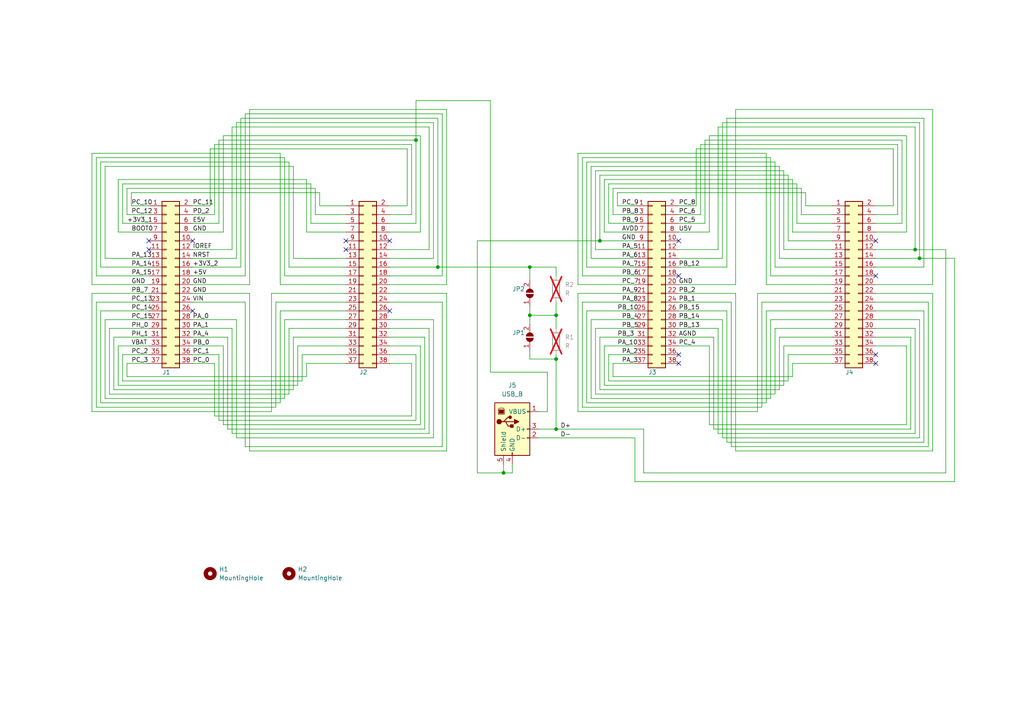
<source format=kicad_sch>
(kicad_sch (version 20231120) (generator "eeschema") (generator_version "8.0")
  (paper "A4")
  (lib_symbols
    (symbol "Connector:USB_B" (pin_names (offset 1.016))
      (property "Reference" "J" (at -5.08 11.43 0))
      (property "Value" "USB_B" (at -5.08 8.89 0))
      (symbol "USB_B_0_1"
        (rectangle (start -5.08 -7.62) (end 5.08 7.62) (stroke (width 0.254)) (fill (type background)))
        (circle (center -3.81 2.159) (radius 0.635) (stroke (width 0.254)) (fill (type outline)))
        (rectangle (start -3.81 5.588) (end -2.54 4.572) (fill (type outline)))
        (circle (center -0.635 3.429) (radius 0.381) (stroke (width 0.254)) (fill (type outline)))
        (rectangle (start -0.127 -7.62) (end 0.127 -6.858))
        (polyline (pts (xy -1.905 2.159) (xy 0.635 2.159)) (stroke (width 0.254)))
        (polyline (pts (xy -3.175 2.159) (xy -2.54 2.159) (xy -1.27 3.429) (xy -0.635 3.429)) (stroke (width 0.254)))
        (polyline (pts (xy -2.54 2.159) (xy -1.905 2.159) (xy -1.27 0.889) (xy 0 0.889)) (stroke (width 0.254)))
        (polyline (pts (xy 0.635 2.794) (xy 0.635 1.524) (xy 1.905 2.159) (xy 0.635 2.794)) (stroke (width 0.254)) (fill (type outline)))
        (polyline (pts (xy -4.064 4.318) (xy -2.286 4.318) (xy -2.286 5.715) (xy -2.667 6.096) (xy -3.683 6.096) (xy -4.064 5.715) (xy -4.064 4.318)))
        (rectangle (start 0.254 1.27) (end -0.508 0.508) (stroke (width 0.254)) (fill (type outline)))
        (rectangle (start 5.08 -2.667) (end 4.318 -2.413))
        (rectangle (start 5.08 -0.127) (end 4.318 0.127))
        (rectangle (start 5.08 4.953) (end 4.318 5.207))
      )
      (symbol "USB_B_1_1"
        (pin power_out line (at 7.62 5.08 180) (length 2.54) (name "VBUS") (number "1"))
        (pin bidirectional line (at 7.62 -2.54 180) (length 2.54) (name "D-") (number "2"))
        (pin bidirectional line (at 7.62 0 180) (length 2.54) (name "D+") (number "3"))
        (pin power_out line (at 0 -10.16 90) (length 2.54) (name "GND") (number "4"))
        (pin passive line (at -2.54 -10.16 90) (length 2.54) (name "Shield") (number "5"))
      )
    )
    (symbol "Connector_Generic:Conn_02x19_Odd_Even" (pin_names (offset 1.016) hide)
      (property "Reference" "J" (at 1.27 25.4 0))
      (property "Value" "Conn_02x19_Odd_Even" (at 1.27 -25.4 0))
      (symbol "Conn_02x19_Odd_Even_1_1"
        (rectangle (start -1.27 -22.733) (end 0 -22.987) (stroke (width 0.1524)))
        (rectangle (start -1.27 -20.193) (end 0 -20.447) (stroke (width 0.1524)))
        (rectangle (start -1.27 -17.653) (end 0 -17.907) (stroke (width 0.1524)))
        (rectangle (start -1.27 -15.113) (end 0 -15.367) (stroke (width 0.1524)))
        (rectangle (start -1.27 -12.573) (end 0 -12.827) (stroke (width 0.1524)))
        (rectangle (start -1.27 -10.033) (end 0 -10.287) (stroke (width 0.1524)))
        (rectangle (start -1.27 -7.493) (end 0 -7.747) (stroke (width 0.1524)))
        (rectangle (start -1.27 -4.953) (end 0 -5.207) (stroke (width 0.1524)))
        (rectangle (start -1.27 -2.413) (end 0 -2.667) (stroke (width 0.1524)))
        (rectangle (start -1.27 0.127) (end 0 -0.127) (stroke (width 0.1524)))
        (rectangle (start -1.27 2.667) (end 0 2.413) (stroke (width 0.1524)))
        (rectangle (start -1.27 5.207) (end 0 4.953) (stroke (width 0.1524)))
        (rectangle (start -1.27 7.747) (end 0 7.493) (stroke (width 0.1524)))
        (rectangle (start -1.27 10.287) (end 0 10.033) (stroke (width 0.1524)))
        (rectangle (start -1.27 12.827) (end 0 12.573) (stroke (width 0.1524)))
        (rectangle (start -1.27 15.367) (end 0 15.113) (stroke (width 0.1524)))
        (rectangle (start -1.27 17.907) (end 0 17.653) (stroke (width 0.1524)))
        (rectangle (start -1.27 20.447) (end 0 20.193) (stroke (width 0.1524)))
        (rectangle (start -1.27 22.987) (end 0 22.733) (stroke (width 0.1524)))
        (rectangle (start -1.27 24.13) (end 3.81 -24.13) (stroke (width 0.254)) (fill (type background)))
        (rectangle (start 3.81 -22.733) (end 2.54 -22.987) (stroke (width 0.1524)))
        (rectangle (start 3.81 -20.193) (end 2.54 -20.447) (stroke (width 0.1524)))
        (rectangle (start 3.81 -17.653) (end 2.54 -17.907) (stroke (width 0.1524)))
        (rectangle (start 3.81 -15.113) (end 2.54 -15.367) (stroke (width 0.1524)))
        (rectangle (start 3.81 -12.573) (end 2.54 -12.827) (stroke (width 0.1524)))
        (rectangle (start 3.81 -10.033) (end 2.54 -10.287) (stroke (width 0.1524)))
        (rectangle (start 3.81 -7.493) (end 2.54 -7.747) (stroke (width 0.1524)))
        (rectangle (start 3.81 -4.953) (end 2.54 -5.207) (stroke (width 0.1524)))
        (rectangle (start 3.81 -2.413) (end 2.54 -2.667) (stroke (width 0.1524)))
        (rectangle (start 3.81 0.127) (end 2.54 -0.127) (stroke (width 0.1524)))
        (rectangle (start 3.81 2.667) (end 2.54 2.413) (stroke (width 0.1524)))
        (rectangle (start 3.81 5.207) (end 2.54 4.953) (stroke (width 0.1524)))
        (rectangle (start 3.81 7.747) (end 2.54 7.493) (stroke (width 0.1524)))
        (rectangle (start 3.81 10.287) (end 2.54 10.033) (stroke (width 0.1524)))
        (rectangle (start 3.81 12.827) (end 2.54 12.573) (stroke (width 0.1524)))
        (rectangle (start 3.81 15.367) (end 2.54 15.113) (stroke (width 0.1524)))
        (rectangle (start 3.81 17.907) (end 2.54 17.653) (stroke (width 0.1524)))
        (rectangle (start 3.81 20.447) (end 2.54 20.193) (stroke (width 0.1524)))
        (rectangle (start 3.81 22.987) (end 2.54 22.733) (stroke (width 0.1524)))
        (pin passive line (at -5.08 22.86 0) (length 3.81) (name "Pin_1") (number "1"))
        (pin passive line (at 7.62 12.7 180) (length 3.81) (name "Pin_10") (number "10"))
        (pin passive line (at -5.08 10.16 0) (length 3.81) (name "Pin_11") (number "11"))
        (pin passive line (at 7.62 10.16 180) (length 3.81) (name "Pin_12") (number "12"))
        (pin passive line (at -5.08 7.62 0) (length 3.81) (name "Pin_13") (number "13"))
        (pin passive line (at 7.62 7.62 180) (length 3.81) (name "Pin_14") (number "14"))
        (pin passive line (at -5.08 5.08 0) (length 3.81) (name "Pin_15") (number "15"))
        (pin passive line (at 7.62 5.08 180) (length 3.81) (name "Pin_16") (number "16"))
        (pin passive line (at -5.08 2.54 0) (length 3.81) (name "Pin_17") (number "17"))
        (pin passive line (at 7.62 2.54 180) (length 3.81) (name "Pin_18") (number "18"))
        (pin passive line (at -5.08 0 0) (length 3.81) (name "Pin_19") (number "19"))
        (pin passive line (at 7.62 22.86 180) (length 3.81) (name "Pin_2") (number "2"))
        (pin passive line (at 7.62 0 180) (length 3.81) (name "Pin_20") (number "20"))
        (pin passive line (at -5.08 -2.54 0) (length 3.81) (name "Pin_21") (number "21"))
        (pin passive line (at 7.62 -2.54 180) (length 3.81) (name "Pin_22") (number "22"))
        (pin passive line (at -5.08 -5.08 0) (length 3.81) (name "Pin_23") (number "23"))
        (pin passive line (at 7.62 -5.08 180) (length 3.81) (name "Pin_24") (number "24"))
        (pin passive line (at -5.08 -7.62 0) (length 3.81) (name "Pin_25") (number "25"))
        (pin passive line (at 7.62 -7.62 180) (length 3.81) (name "Pin_26") (number "26"))
        (pin passive line (at -5.08 -10.16 0) (length 3.81) (name "Pin_27") (number "27"))
        (pin passive line (at 7.62 -10.16 180) (length 3.81) (name "Pin_28") (number "28"))
        (pin passive line (at -5.08 -12.7 0) (length 3.81) (name "Pin_29") (number "29"))
        (pin passive line (at -5.08 20.32 0) (length 3.81) (name "Pin_3") (number "3"))
        (pin passive line (at 7.62 -12.7 180) (length 3.81) (name "Pin_30") (number "30"))
        (pin passive line (at -5.08 -15.24 0) (length 3.81) (name "Pin_31") (number "31"))
        (pin passive line (at 7.62 -15.24 180) (length 3.81) (name "Pin_32") (number "32"))
        (pin passive line (at -5.08 -17.78 0) (length 3.81) (name "Pin_33") (number "33"))
        (pin passive line (at 7.62 -17.78 180) (length 3.81) (name "Pin_34") (number "34"))
        (pin passive line (at -5.08 -20.32 0) (length 3.81) (name "Pin_35") (number "35"))
        (pin passive line (at 7.62 -20.32 180) (length 3.81) (name "Pin_36") (number "36"))
        (pin passive line (at -5.08 -22.86 0) (length 3.81) (name "Pin_37") (number "37"))
        (pin passive line (at 7.62 -22.86 180) (length 3.81) (name "Pin_38") (number "38"))
        (pin passive line (at 7.62 20.32 180) (length 3.81) (name "Pin_4") (number "4"))
        (pin passive line (at -5.08 17.78 0) (length 3.81) (name "Pin_5") (number "5"))
        (pin passive line (at 7.62 17.78 180) (length 3.81) (name "Pin_6") (number "6"))
        (pin passive line (at -5.08 15.24 0) (length 3.81) (name "Pin_7") (number "7"))
        (pin passive line (at 7.62 15.24 180) (length 3.81) (name "Pin_8") (number "8"))
        (pin passive line (at -5.08 12.7 0) (length 3.81) (name "Pin_9") (number "9"))
      )
    )
    (symbol "Device:R" (pin_numbers hide) (pin_names (offset 0))
      (property "Reference" "R" (at 2.032 0 90))
      (property "Value" "R" (at 0 0 90))
      (symbol "R_0_1"
        (rectangle (start -1.016 -2.54) (end 1.016 2.54) (stroke (width 0.254)))
      )
      (symbol "R_1_1"
        (pin passive line (at 0 3.81 270) (length 1.27) (name "~") (number "1"))
        (pin passive line (at 0 -3.81 90) (length 1.27) (name "~") (number "2"))
      )
    )
    (symbol "Jumper:SolderJumper_2_Open" (pin_names (offset 0) hide)
      (property "Reference" "JP" (at 0 2.032 0))
      (property "Value" "SolderJumper_2_Open" (at 0 -2.54 0))
      (symbol "SolderJumper_2_Open_0_1"
        (arc (start -0.254 1.016) (mid -1.2656 0) (end -0.254 -1.016))
        (arc (start -0.254 1.016) (mid -1.2656 0) (end -0.254 -1.016) (fill (type outline)))
        (polyline (pts (xy -0.254 1.016) (xy -0.254 -1.016)))
        (polyline (pts (xy 0.254 1.016) (xy 0.254 -1.016)))
        (arc (start 0.254 -1.016) (mid 1.2656 0) (end 0.254 1.016))
        (arc (start 0.254 -1.016) (mid 1.2656 0) (end 0.254 1.016) (fill (type outline)))
      )
      (symbol "SolderJumper_2_Open_1_1"
        (pin passive line (at -3.81 0 0) (length 2.54) (name "A") (number "1"))
        (pin passive line (at 3.81 0 180) (length 2.54) (name "B") (number "2"))
      )
    )
    (symbol "Mechanical:MountingHole" (pin_names (offset 1.016))
      (property "Reference" "H" (at 0 5.08 0))
      (property "Value" "MountingHole" (at 0 3.175 0))
      (symbol "MountingHole_0_1"
        (circle (center 0 0) (radius 1.27) (stroke (width 1.27)))
      )
    )
  )
  (junction (at 161.29 104.14))
  (junction (at 153.67 77.47))
  (junction (at 265.43 72.39))
  (junction (at 146.05 137.16))
  (junction (at 161.29 124.46))
  (junction (at 120.65 40.64))
  (junction (at 266.7 74.93))
  (junction (at 161.29 91.44))
  (junction (at 153.67 91.44))
  (junction (at 127 77.47))
  (junction (at 173.99 69.85))
  (no_connect (at 254 69.85))
  (no_connect (at 196.85 105.41))
  (no_connect (at 254 102.87))
  (no_connect (at 43.18 69.85))
  (no_connect (at 113.03 90.17))
  (no_connect (at 100.33 72.39))
  (no_connect (at 196.85 102.87))
  (no_connect (at 55.88 69.85))
  (no_connect (at 196.85 80.01))
  (no_connect (at 43.18 72.39))
  (no_connect (at 100.33 69.85))
  (no_connect (at 55.88 90.17))
  (no_connect (at 254 80.01))
  (no_connect (at 196.85 69.85))
  (no_connect (at 254 105.41))
  (no_connect (at 113.03 69.85))
  (wire (pts (xy 67.31 36.83) (xy 124.46 36.83)))
  (wire (pts (xy 196.85 95.25) (xy 208.28 95.25)))
  (wire (pts (xy 63.5 40.64) (xy 120.65 40.64)))
  (wire (pts (xy 153.67 77.47) (xy 161.29 77.47)))
  (wire (pts (xy 172.72 95.25) (xy 172.72 114.3)))
  (wire (pts (xy 55.88 95.25) (xy 67.31 95.25)))
  (wire (pts (xy 55.88 92.71) (xy 68.58 92.71)))
  (wire (pts (xy 175.26 111.76) (xy 227.33 111.76)))
  (wire (pts (xy 55.88 64.77) (xy 63.5 64.77)))
  (wire (pts (xy 113.03 85.09) (xy 129.54 85.09)))
  (wire (pts (xy 148.59 137.16) (xy 148.59 134.62)))
  (wire (pts (xy 38.1 55.88) (xy 92.71 55.88)))
  (wire (pts (xy 265.43 125.73) (xy 265.43 95.25)))
  (wire (pts (xy 55.88 85.09) (xy 72.39 85.09)))
  (wire (pts (xy 124.46 125.73) (xy 124.46 95.25)))
  (wire (pts (xy 29.21 116.84) (xy 81.28 116.84)))
  (wire (pts (xy 63.5 102.87) (xy 63.5 121.92)))
  (wire (pts (xy 88.9 109.22) (xy 88.9 105.41)))
  (wire (pts (xy 227.33 72.39) (xy 241.3 72.39)))
  (wire (pts (xy 55.88 72.39) (xy 67.31 72.39)))
  (wire (pts (xy 274.32 72.39) (xy 274.32 137.16)))
  (wire (pts (xy 254 74.93) (xy 266.7 74.93)))
  (wire (pts (xy 172.72 72.39) (xy 172.72 49.53)))
  (wire (pts (xy 38.1 59.69) (xy 43.18 59.69)))
  (wire (pts (xy 266.7 127) (xy 266.7 92.71)))
  (wire (pts (xy 276.86 74.93) (xy 276.86 139.7)))
  (wire (pts (xy 196.85 85.09) (xy 213.36 85.09)))
  (wire (pts (xy 33.02 97.79) (xy 43.18 97.79)))
  (wire (pts (xy 254 77.47) (xy 267.97 77.47)))
  (wire (pts (xy 254 62.23) (xy 260.35 62.23)))
  (wire (pts (xy 228.6 110.49) (xy 228.6 102.87)))
  (wire (pts (xy 64.77 123.19) (xy 121.92 123.19)))
  (wire (pts (xy 212.09 87.63) (xy 212.09 129.54)))
  (wire (pts (xy 113.03 67.31) (xy 121.92 67.31)))
  (wire (pts (xy 179.07 55.88) (xy 233.68 55.88)))
  (wire (pts (xy 177.8 105.41) (xy 177.8 109.22)))
  (wire (pts (xy 173.99 69.85) (xy 138.43 69.85)))
  (wire (pts (xy 128.27 33.02) (xy 128.27 80.01)))
  (wire (pts (xy 81.28 82.55) (xy 100.33 82.55)))
  (wire (pts (xy 35.56 102.87) (xy 35.56 110.49)))
  (wire (pts (xy 30.48 92.71) (xy 30.48 115.57)))
  (wire (pts (xy 171.45 92.71) (xy 184.15 92.71)))
  (wire (pts (xy 254 95.25) (xy 265.43 95.25)))
  (wire (pts (xy 123.19 124.46) (xy 123.19 97.79)))
  (wire (pts (xy 219.71 119.38) (xy 219.71 85.09)))
  (wire (pts (xy 82.55 45.72) (xy 82.55 80.01)))
  (wire (pts (xy 196.85 59.69) (xy 201.93 59.69)))
  (wire (pts (xy 31.75 114.3) (xy 83.82 114.3)))
  (wire (pts (xy 83.82 77.47) (xy 100.33 77.47)))
  (wire (pts (xy 127 77.47) (xy 153.67 77.47)))
  (wire (pts (xy 82.55 115.57) (xy 82.55 92.71)))
  (wire (pts (xy 186.69 124.46) (xy 161.29 124.46)))
  (wire (pts (xy 62.23 62.23) (xy 62.23 41.91)))
  (wire (pts (xy 34.29 111.76) (xy 86.36 111.76)))
  (wire (pts (xy 167.64 85.09) (xy 184.15 85.09)))
  (wire (pts (xy 120.65 29.21) (xy 142.24 29.21)))
  (wire (pts (xy 120.65 121.92) (xy 120.65 102.87)))
  (wire (pts (xy 138.43 69.85) (xy 138.43 137.16)))
  (wire (pts (xy 173.99 97.79) (xy 184.15 97.79)))
  (wire (pts (xy 231.14 64.77) (xy 241.3 64.77)))
  (wire (pts (xy 168.91 80.01) (xy 168.91 45.72)))
  (wire (pts (xy 227.33 100.33) (xy 241.3 100.33)))
  (wire (pts (xy 228.6 50.8) (xy 228.6 69.85)))
  (wire (pts (xy 120.65 29.21) (xy 120.65 40.64)))
  (wire (pts (xy 184.15 77.47) (xy 170.18 77.47)))
  (wire (pts (xy 62.23 41.91) (xy 119.38 41.91)))
  (wire (pts (xy 168.91 87.63) (xy 184.15 87.63)))
  (wire (pts (xy 68.58 92.71) (xy 68.58 127)))
  (wire (pts (xy 223.52 45.72) (xy 223.52 80.01)))
  (wire (pts (xy 153.67 104.14) (xy 161.29 104.14)))
  (wire (pts (xy 72.39 82.55) (xy 72.39 31.75)))
  (wire (pts (xy 254 64.77) (xy 261.62 64.77)))
  (wire (pts (xy 113.03 62.23) (xy 119.38 62.23)))
  (wire (pts (xy 161.29 104.14) (xy 161.29 124.46)))
  (wire (pts (xy 36.83 62.23) (xy 43.18 62.23)))
  (wire (pts (xy 113.03 82.55) (xy 129.54 82.55)))
  (wire (pts (xy 196.85 64.77) (xy 204.47 64.77)))
  (wire (pts (xy 172.72 114.3) (xy 224.79 114.3)))
  (wire (pts (xy 83.82 95.25) (xy 100.33 95.25)))
  (wire (pts (xy 35.56 110.49) (xy 87.63 110.49)))
  (wire (pts (xy 43.18 82.55) (xy 26.67 82.55)))
  (wire (pts (xy 177.8 109.22) (xy 229.87 109.22)))
  (wire (pts (xy 67.31 95.25) (xy 67.31 125.73)))
  (wire (pts (xy 26.67 85.09) (xy 43.18 85.09)))
  (wire (pts (xy 224.79 77.47) (xy 241.3 77.47)))
  (wire (pts (xy 222.25 116.84) (xy 222.25 90.17)))
  (wire (pts (xy 264.16 124.46) (xy 264.16 97.79)))
  (wire (pts (xy 168.91 45.72) (xy 223.52 45.72)))
  (wire (pts (xy 30.48 48.26) (xy 85.09 48.26)))
  (wire (pts (xy 68.58 35.56) (xy 125.73 35.56)))
  (wire (pts (xy 43.18 74.93) (xy 30.48 74.93)))
  (wire (pts (xy 35.56 53.34) (xy 90.17 53.34)))
  (wire (pts (xy 209.55 35.56) (xy 266.7 35.56)))
  (wire (pts (xy 62.23 105.41) (xy 62.23 120.65)))
  (wire (pts (xy 226.06 113.03) (xy 226.06 97.79)))
  (wire (pts (xy 127 34.29) (xy 127 77.47)))
  (wire (pts (xy 26.67 85.09) (xy 26.67 119.38)))
  (wire (pts (xy 233.68 59.69) (xy 241.3 59.69)))
  (wire (pts (xy 171.45 48.26) (xy 226.06 48.26)))
  (wire (pts (xy 43.18 80.01) (xy 27.94 80.01)))
  (wire (pts (xy 229.87 109.22) (xy 229.87 105.41)))
  (wire (pts (xy 262.89 39.37) (xy 262.89 67.31)))
  (wire (pts (xy 27.94 118.11) (xy 80.01 118.11)))
  (wire (pts (xy 172.72 95.25) (xy 184.15 95.25)))
  (wire (pts (xy 177.8 105.41) (xy 184.15 105.41)))
  (wire (pts (xy 120.65 40.64) (xy 120.65 64.77)))
  (wire (pts (xy 173.99 69.85) (xy 173.99 50.8)))
  (wire (pts (xy 184.15 80.01) (xy 168.91 80.01)))
  (wire (pts (xy 83.82 114.3) (xy 83.82 95.25)))
  (wire (pts (xy 184.15 67.31) (xy 175.26 67.31)))
  (wire (pts (xy 196.85 77.47) (xy 210.82 77.47)))
  (wire (pts (xy 72.39 31.75) (xy 129.54 31.75)))
  (wire (pts (xy 71.12 80.01) (xy 71.12 33.02)))
  (wire (pts (xy 128.27 129.54) (xy 128.27 87.63)))
  (wire (pts (xy 86.36 100.33) (xy 100.33 100.33)))
  (wire (pts (xy 170.18 90.17) (xy 170.18 116.84)))
  (wire (pts (xy 254 90.17) (xy 267.97 90.17)))
  (wire (pts (xy 179.07 59.69) (xy 184.15 59.69)))
  (wire (pts (xy 176.53 102.87) (xy 184.15 102.87)))
  (wire (pts (xy 43.18 64.77) (xy 35.56 64.77)))
  (wire (pts (xy 274.32 137.16) (xy 186.69 137.16)))
  (wire (pts (xy 196.85 87.63) (xy 212.09 87.63)))
  (wire (pts (xy 208.28 95.25) (xy 208.28 125.73)))
  (wire (pts (xy 184.15 69.85) (xy 173.99 69.85)))
  (wire (pts (xy 210.82 128.27) (xy 267.97 128.27)))
  (wire (pts (xy 229.87 105.41) (xy 241.3 105.41)))
  (wire (pts (xy 177.8 54.61) (xy 232.41 54.61)))
  (wire (pts (xy 196.85 97.79) (xy 207.01 97.79)))
  (wire (pts (xy 196.85 92.71) (xy 209.55 92.71)))
  (wire (pts (xy 254 92.71) (xy 266.7 92.71)))
  (wire (pts (xy 270.51 31.75) (xy 270.51 82.55)))
  (wire (pts (xy 71.12 129.54) (xy 128.27 129.54)))
  (wire (pts (xy 113.03 59.69) (xy 118.11 59.69)))
  (wire (pts (xy 55.88 77.47) (xy 69.85 77.47)))
  (wire (pts (xy 204.47 64.77) (xy 204.47 40.64)))
  (wire (pts (xy 276.86 139.7) (xy 184.15 139.7)))
  (wire (pts (xy 213.36 130.81) (xy 270.51 130.81)))
  (wire (pts (xy 209.55 92.71) (xy 209.55 127)))
  (wire (pts (xy 146.05 137.16) (xy 146.05 134.62)))
  (wire (pts (xy 113.03 95.25) (xy 124.46 95.25)))
  (wire (pts (xy 33.02 113.03) (xy 85.09 113.03)))
  (wire (pts (xy 167.64 44.45) (xy 222.25 44.45)))
  (wire (pts (xy 55.88 102.87) (xy 63.5 102.87)))
  (wire (pts (xy 66.04 124.46) (xy 123.19 124.46)))
  (wire (pts (xy 55.88 100.33) (xy 64.77 100.33)))
  (wire (pts (xy 254 72.39) (xy 265.43 72.39)))
  (wire (pts (xy 229.87 52.07) (xy 229.87 67.31)))
  (wire (pts (xy 29.21 46.99) (xy 83.82 46.99)))
  (wire (pts (xy 259.08 43.18) (xy 259.08 59.69)))
  (wire (pts (xy 267.97 128.27) (xy 267.97 90.17)))
  (wire (pts (xy 26.67 82.55) (xy 26.67 44.45)))
  (wire (pts (xy 176.53 102.87) (xy 176.53 110.49)))
  (wire (pts (xy 196.85 62.23) (xy 203.2 62.23)))
  (wire (pts (xy 27.94 80.01) (xy 27.94 45.72)))
  (wire (pts (xy 63.5 121.92) (xy 120.65 121.92)))
  (wire (pts (xy 35.56 64.77) (xy 35.56 53.34)))
  (wire (pts (xy 196.85 72.39) (xy 208.28 72.39)))
  (wire (pts (xy 186.69 137.16) (xy 186.69 124.46)))
  (wire (pts (xy 213.36 31.75) (xy 270.51 31.75)))
  (wire (pts (xy 35.56 102.87) (xy 43.18 102.87)))
  (wire (pts (xy 232.41 54.61) (xy 232.41 62.23)))
  (wire (pts (xy 204.47 40.64) (xy 261.62 40.64)))
  (wire (pts (xy 119.38 41.91) (xy 119.38 62.23)))
  (wire (pts (xy 153.67 77.47) (xy 153.67 81.28)))
  (wire (pts (xy 161.29 91.44) (xy 161.29 95.25)))
  (wire (pts (xy 229.87 67.31) (xy 241.3 67.31)))
  (wire (pts (xy 267.97 34.29) (xy 267.97 77.47)))
  (wire (pts (xy 36.83 54.61) (xy 91.44 54.61)))
  (wire (pts (xy 203.2 41.91) (xy 260.35 41.91)))
  (wire (pts (xy 81.28 90.17) (xy 100.33 90.17)))
  (wire (pts (xy 86.36 111.76) (xy 86.36 100.33)))
  (wire (pts (xy 167.64 85.09) (xy 167.64 119.38)))
  (wire (pts (xy 69.85 34.29) (xy 127 34.29)))
  (wire (pts (xy 171.45 115.57) (xy 223.52 115.57)))
  (wire (pts (xy 30.48 92.71) (xy 43.18 92.71)))
  (wire (pts (xy 173.99 113.03) (xy 226.06 113.03)))
  (wire (pts (xy 201.93 59.69) (xy 201.93 43.18)))
  (wire (pts (xy 29.21 77.47) (xy 29.21 46.99)))
  (wire (pts (xy 88.9 105.41) (xy 100.33 105.41)))
  (wire (pts (xy 153.67 101.6) (xy 153.67 104.14)))
  (wire (pts (xy 170.18 46.99) (xy 224.79 46.99)))
  (wire (pts (xy 205.74 39.37) (xy 262.89 39.37)))
  (wire (pts (xy 113.03 77.47) (xy 127 77.47)))
  (wire (pts (xy 265.43 36.83) (xy 265.43 72.39)))
  (wire (pts (xy 90.17 53.34) (xy 90.17 64.77)))
  (wire (pts (xy 34.29 100.33) (xy 43.18 100.33)))
  (wire (pts (xy 62.23 120.65) (xy 119.38 120.65)))
  (wire (pts (xy 168.91 87.63) (xy 168.91 118.11)))
  (wire (pts (xy 254 87.63) (xy 269.24 87.63)))
  (wire (pts (xy 232.41 62.23) (xy 241.3 62.23)))
  (wire (pts (xy 175.26 52.07) (xy 229.87 52.07)))
  (wire (pts (xy 66.04 97.79) (xy 66.04 124.46)))
  (wire (pts (xy 67.31 72.39) (xy 67.31 36.83)))
  (wire (pts (xy 208.28 36.83) (xy 265.43 36.83)))
  (wire (pts (xy 27.94 87.63) (xy 27.94 118.11)))
  (wire (pts (xy 138.43 137.16) (xy 146.05 137.16)))
  (wire (pts (xy 55.88 67.31) (xy 64.77 67.31)))
  (wire (pts (xy 68.58 74.93) (xy 68.58 35.56)))
  (wire (pts (xy 184.15 64.77) (xy 176.53 64.77)))
  (wire (pts (xy 146.05 137.16) (xy 148.59 137.16)))
  (wire (pts (xy 90.17 64.77) (xy 100.33 64.77)))
  (wire (pts (xy 226.06 48.26) (xy 226.06 74.93)))
  (wire (pts (xy 213.36 82.55) (xy 213.36 31.75)))
  (wire (pts (xy 260.35 41.91) (xy 260.35 62.23)))
  (wire (pts (xy 168.91 118.11) (xy 220.98 118.11)))
  (wire (pts (xy 205.74 123.19) (xy 262.89 123.19)))
  (wire (pts (xy 254 97.79) (xy 264.16 97.79)))
  (wire (pts (xy 36.83 105.41) (xy 36.83 109.22)))
  (wire (pts (xy 179.07 59.69) (xy 179.07 55.88)))
  (wire (pts (xy 87.63 102.87) (xy 100.33 102.87)))
  (wire (pts (xy 88.9 52.07) (xy 88.9 67.31)))
  (wire (pts (xy 170.18 90.17) (xy 184.15 90.17)))
  (wire (pts (xy 176.53 53.34) (xy 231.14 53.34)))
  (wire (pts (xy 85.09 74.93) (xy 100.33 74.93)))
  (wire (pts (xy 91.44 62.23) (xy 100.33 62.23)))
  (wire (pts (xy 71.12 87.63) (xy 71.12 129.54)))
  (wire (pts (xy 153.67 88.9) (xy 153.67 91.44)))
  (wire (pts (xy 30.48 115.57) (xy 82.55 115.57)))
  (wire (pts (xy 64.77 67.31) (xy 64.77 39.37)))
  (wire (pts (xy 207.01 97.79) (xy 207.01 124.46)))
  (wire (pts (xy 88.9 67.31) (xy 100.33 67.31)))
  (wire (pts (xy 55.88 74.93) (xy 68.58 74.93)))
  (wire (pts (xy 36.83 105.41) (xy 43.18 105.41)))
  (wire (pts (xy 113.03 72.39) (xy 124.46 72.39)))
  (wire (pts (xy 184.15 72.39) (xy 172.72 72.39)))
  (wire (pts (xy 184.15 74.93) (xy 171.45 74.93)))
  (wire (pts (xy 34.29 52.07) (xy 88.9 52.07)))
  (wire (pts (xy 222.25 82.55) (xy 241.3 82.55)))
  (wire (pts (xy 36.83 62.23) (xy 36.83 54.61)))
  (wire (pts (xy 82.55 80.01) (xy 100.33 80.01)))
  (wire (pts (xy 161.29 77.47) (xy 161.29 80.01)))
  (wire (pts (xy 113.03 97.79) (xy 123.19 97.79)))
  (wire (pts (xy 30.48 74.93) (xy 30.48 48.26)))
  (wire (pts (xy 173.99 50.8) (xy 228.6 50.8)))
  (wire (pts (xy 158.75 107.95) (xy 158.75 119.38)))
  (wire (pts (xy 72.39 85.09) (xy 72.39 130.81)))
  (wire (pts (xy 161.29 87.63) (xy 161.29 91.44)))
  (wire (pts (xy 224.79 114.3) (xy 224.79 95.25)))
  (wire (pts (xy 254 85.09) (xy 270.51 85.09)))
  (wire (pts (xy 254 59.69) (xy 259.08 59.69)))
  (wire (pts (xy 184.15 139.7) (xy 184.15 127)))
  (wire (pts (xy 81.28 116.84) (xy 81.28 90.17)))
  (wire (pts (xy 210.82 77.47) (xy 210.82 34.29)))
  (wire (pts (xy 60.96 59.69) (xy 60.96 43.18)))
  (wire (pts (xy 125.73 127) (xy 125.73 92.71)))
  (wire (pts (xy 269.24 129.54) (xy 269.24 87.63)))
  (wire (pts (xy 196.85 74.93) (xy 209.55 74.93)))
  (wire (pts (xy 173.99 97.79) (xy 173.99 113.03)))
  (wire (pts (xy 223.52 92.71) (xy 241.3 92.71)))
  (wire (pts (xy 64.77 100.33) (xy 64.77 123.19)))
  (wire (pts (xy 220.98 118.11) (xy 220.98 87.63)))
  (wire (pts (xy 83.82 46.99) (xy 83.82 77.47)))
  (wire (pts (xy 85.09 48.26) (xy 85.09 74.93)))
  (wire (pts (xy 226.06 74.93) (xy 241.3 74.93)))
  (wire (pts (xy 176.53 110.49) (xy 228.6 110.49)))
  (wire (pts (xy 124.46 36.83) (xy 124.46 72.39)))
  (wire (pts (xy 175.26 67.31) (xy 175.26 52.07)))
  (wire (pts (xy 219.71 85.09) (xy 241.3 85.09)))
  (wire (pts (xy 142.24 29.21) (xy 142.24 107.95)))
  (wire (pts (xy 69.85 77.47) (xy 69.85 34.29)))
  (wire (pts (xy 33.02 97.79) (xy 33.02 113.03)))
  (wire (pts (xy 224.79 95.25) (xy 241.3 95.25)))
  (wire (pts (xy 38.1 59.69) (xy 38.1 55.88)))
  (wire (pts (xy 227.33 111.76) (xy 227.33 100.33)))
  (wire (pts (xy 64.77 39.37) (xy 121.92 39.37)))
  (wire (pts (xy 31.75 95.25) (xy 31.75 114.3)))
  (wire (pts (xy 224.79 46.99) (xy 224.79 77.47)))
  (wire (pts (xy 55.88 59.69) (xy 60.96 59.69)))
  (wire (pts (xy 208.28 125.73) (xy 265.43 125.73)))
  (wire (pts (xy 78.74 85.09) (xy 100.33 85.09)))
  (wire (pts (xy 78.74 119.38) (xy 78.74 85.09)))
  (wire (pts (xy 55.88 87.63) (xy 71.12 87.63)))
  (wire (pts (xy 175.26 100.33) (xy 175.26 111.76)))
  (wire (pts (xy 26.67 44.45) (xy 81.28 44.45)))
  (wire (pts (xy 55.88 62.23) (xy 62.23 62.23)))
  (wire (pts (xy 55.88 82.55) (xy 72.39 82.55)))
  (wire (pts (xy 161.29 124.46) (xy 156.21 124.46)))
  (wire (pts (xy 161.29 102.87) (xy 161.29 104.14)))
  (wire (pts (xy 119.38 120.65) (xy 119.38 105.41)))
  (wire (pts (xy 170.18 116.84) (xy 222.25 116.84)))
  (wire (pts (xy 129.54 130.81) (xy 129.54 85.09)))
  (wire (pts (xy 60.96 43.18) (xy 118.11 43.18)))
  (wire (pts (xy 113.03 100.33) (xy 121.92 100.33)))
  (wire (pts (xy 29.21 90.17) (xy 29.21 116.84)))
  (wire (pts (xy 203.2 62.23) (xy 203.2 41.91)))
  (wire (pts (xy 80.01 118.11) (xy 80.01 87.63)))
  (wire (pts (xy 63.5 64.77) (xy 63.5 40.64)))
  (wire (pts (xy 72.39 130.81) (xy 129.54 130.81)))
  (wire (pts (xy 196.85 100.33) (xy 205.74 100.33)))
  (wire (pts (xy 92.71 59.69) (xy 100.33 59.69)))
  (wire (pts (xy 209.55 74.93) (xy 209.55 35.56)))
  (wire (pts (xy 113.03 92.71) (xy 125.73 92.71)))
  (wire (pts (xy 213.36 85.09) (xy 213.36 130.81)))
  (wire (pts (xy 43.18 67.31) (xy 34.29 67.31)))
  (wire (pts (xy 129.54 31.75) (xy 129.54 82.55)))
  (wire (pts (xy 184.15 127) (xy 156.21 127)))
  (wire (pts (xy 85.09 113.03) (xy 85.09 97.79)))
  (wire (pts (xy 205.74 67.31) (xy 205.74 39.37)))
  (wire (pts (xy 228.6 69.85) (xy 241.3 69.85)))
  (wire (pts (xy 196.85 90.17) (xy 210.82 90.17)))
  (wire (pts (xy 158.75 119.38) (xy 156.21 119.38)))
  (wire (pts (xy 254 100.33) (xy 262.89 100.33)))
  (wire (pts (xy 87.63 110.49) (xy 87.63 102.87)))
  (wire (pts (xy 223.52 115.57) (xy 223.52 92.71)))
  (wire (pts (xy 113.03 80.01) (xy 128.27 80.01)))
  (wire (pts (xy 270.51 130.81) (xy 270.51 85.09)))
  (wire (pts (xy 113.03 102.87) (xy 120.65 102.87)))
  (wire (pts (xy 118.11 43.18) (xy 118.11 59.69)))
  (wire (pts (xy 27.94 87.63) (xy 43.18 87.63)))
  (wire (pts (xy 231.14 53.34) (xy 231.14 64.77)))
  (wire (pts (xy 223.52 80.01) (xy 241.3 80.01)))
  (wire (pts (xy 261.62 40.64) (xy 261.62 64.77)))
  (wire (pts (xy 210.82 90.17) (xy 210.82 128.27)))
  (wire (pts (xy 113.03 64.77) (xy 120.65 64.77)))
  (wire (pts (xy 68.58 127) (xy 125.73 127)))
  (wire (pts (xy 81.28 44.45) (xy 81.28 82.55)))
  (wire (pts (xy 80.01 87.63) (xy 100.33 87.63)))
  (wire (pts (xy 208.28 72.39) (xy 208.28 36.83)))
  (wire (pts (xy 170.18 77.47) (xy 170.18 46.99)))
  (wire (pts (xy 82.55 92.71) (xy 100.33 92.71)))
  (wire (pts (xy 119.38 105.41) (xy 113.03 105.41)))
  (wire (pts (xy 210.82 34.29) (xy 267.97 34.29)))
  (wire (pts (xy 113.03 74.93) (xy 125.73 74.93)))
  (wire (pts (xy 196.85 67.31) (xy 205.74 67.31)))
  (wire (pts (xy 222.25 90.17) (xy 241.3 90.17)))
  (wire (pts (xy 222.25 44.45) (xy 222.25 82.55)))
  (wire (pts (xy 184.15 82.55) (xy 167.64 82.55)))
  (wire (pts (xy 121.92 39.37) (xy 121.92 67.31)))
  (wire (pts (xy 55.88 97.79) (xy 66.04 97.79)))
  (wire (pts (xy 121.92 123.19) (xy 121.92 100.33)))
  (wire (pts (xy 171.45 74.93) (xy 171.45 48.26)))
  (wire (pts (xy 172.72 49.53) (xy 227.33 49.53)))
  (wire (pts (xy 196.85 82.55) (xy 213.36 82.55)))
  (wire (pts (xy 201.93 43.18) (xy 259.08 43.18)))
  (wire (pts (xy 153.67 91.44) (xy 161.29 91.44)))
  (wire (pts (xy 226.06 97.79) (xy 241.3 97.79)))
  (wire (pts (xy 167.64 82.55) (xy 167.64 44.45)))
  (wire (pts (xy 177.8 62.23) (xy 177.8 54.61)))
  (wire (pts (xy 212.09 129.54) (xy 269.24 129.54)))
  (wire (pts (xy 266.7 35.56) (xy 266.7 74.93)))
  (wire (pts (xy 29.21 90.17) (xy 43.18 90.17)))
  (wire (pts (xy 228.6 102.87) (xy 241.3 102.87)))
  (wire (pts (xy 167.64 119.38) (xy 219.71 119.38)))
  (wire (pts (xy 113.03 87.63) (xy 128.27 87.63)))
  (wire (pts (xy 85.09 97.79) (xy 100.33 97.79)))
  (wire (pts (xy 233.68 55.88) (xy 233.68 59.69)))
  (wire (pts (xy 227.33 49.53) (xy 227.33 72.39)))
  (wire (pts (xy 176.53 64.77) (xy 176.53 53.34)))
  (wire (pts (xy 27.94 45.72) (xy 82.55 45.72)))
  (wire (pts (xy 34.29 100.33) (xy 34.29 111.76)))
  (wire (pts (xy 34.29 67.31) (xy 34.29 52.07)))
  (wire (pts (xy 254 82.55) (xy 270.51 82.55)))
  (wire (pts (xy 207.01 124.46) (xy 264.16 124.46)))
  (wire (pts (xy 55.88 80.01) (xy 71.12 80.01)))
  (wire (pts (xy 153.67 91.44) (xy 153.67 93.98)))
  (wire (pts (xy 262.89 123.19) (xy 262.89 100.33)))
  (wire (pts (xy 91.44 54.61) (xy 91.44 62.23)))
  (wire (pts (xy 92.71 55.88) (xy 92.71 59.69)))
  (wire (pts (xy 31.75 95.25) (xy 43.18 95.25)))
  (wire (pts (xy 205.74 100.33) (xy 205.74 123.19)))
  (wire (pts (xy 254 67.31) (xy 262.89 67.31)))
  (wire (pts (xy 36.83 109.22) (xy 88.9 109.22)))
  (wire (pts (xy 175.26 100.33) (xy 184.15 100.33)))
  (wire (pts (xy 220.98 87.63) (xy 241.3 87.63)))
  (wire (pts (xy 67.31 125.73) (xy 124.46 125.73)))
  (wire (pts (xy 26.67 119.38) (xy 78.74 119.38)))
  (wire (pts (xy 71.12 33.02) (xy 128.27 33.02)))
  (wire (pts (xy 142.24 107.95) (xy 158.75 107.95)))
  (wire (pts (xy 171.45 92.71) (xy 171.45 115.57)))
  (wire (pts (xy 266.7 74.93) (xy 276.86 74.93)))
  (wire (pts (xy 125.73 35.56) (xy 125.73 74.93)))
  (wire (pts (xy 265.43 72.39) (xy 274.32 72.39)))
  (wire (pts (xy 209.55 127) (xy 266.7 127)))
  (wire (pts (xy 62.23 105.41) (xy 55.88 105.41)))
  (wire (pts (xy 43.18 77.47) (xy 29.21 77.47)))
  (wire (pts (xy 177.8 62.23) (xy 184.15 62.23)))
  (label "PC_4" (at 196.85 100.33 0))
  (label "PC_5" (at 196.85 64.77 0))
  (label "PC_3" (at 38.1 105.41 0))
  (label "PA_6" (at 180.34 74.93 0))
  (label "PD_2" (at 55.88 62.23 0))
  (label "PC_6" (at 196.85 62.23 0))
  (label "PA_1" (at 55.88 95.25 0))
  (label "D+" (at 162.56 124.46 0))
  (label "D-" (at 162.56 127 0))
  (label "PB_13" (at 196.85 95.25 0))
  (label "PA_9" (at 180.34 85.09 0))
  (label "PB_8" (at 180.34 62.23 0))
  (label "U5V" (at 196.85 67.31 0))
  (label "PC_2" (at 38.1 102.87 0))
  (label "PC_13" (at 38.1 87.63 0))
  (label "PB_12" (at 196.85 77.47 0))
  (label "PA_13" (at 38.1 74.93 0))
  (label "PB_2" (at 196.85 85.09 0))
  (label "GND" (at 180.34 69.85 0))
  (label "GND" (at 38.1 82.55 0))
  (label "PA_2" (at 180.34 102.87 0))
  (label "PC_9" (at 180.34 59.69 0))
  (label "GND" (at 196.85 82.55 0))
  (label "+5V" (at 55.88 80.01 0))
  (label "E5V" (at 55.88 64.77 0))
  (label "NRST" (at 55.88 74.93 0))
  (label "PC_8" (at 196.85 59.69 0))
  (label "+3V3_1" (at 36.83 64.77 0))
  (label "PA_7" (at 180.34 77.47 0))
  (label "PB_3" (at 179.07 97.79 0))
  (label "PH_0" (at 38.1 95.25 0))
  (label "PA_0" (at 55.88 92.71 0))
  (label "PA_14" (at 38.1 77.47 0))
  (label "PB_0" (at 55.88 100.33 0))
  (label "PB_5" (at 180.34 95.25 0))
  (label "GND" (at 55.88 67.31 0))
  (label "PB_14" (at 196.85 92.71 0))
  (label "PC_12" (at 38.1 62.23 0))
  (label "PB_4" (at 180.34 92.71 0))
  (label "PA_4" (at 55.88 97.79 0))
  (label "PB_9" (at 180.34 64.77 0))
  (label "PB_15" (at 196.85 90.17 0))
  (label "PB_6" (at 180.34 80.01 0))
  (label "PB_10" (at 179.07 90.17 0))
  (label "PH_1" (at 38.1 97.79 0))
  (label "AVDD" (at 180.34 67.31 0))
  (label "PC_1" (at 55.88 102.87 0))
  (label "PC_11" (at 55.88 59.69 0))
  (label "VIN" (at 55.88 87.63 0))
  (label "PA_15" (at 38.1 80.01 0))
  (label "PC_0" (at 55.88 105.41 0))
  (label "PB_7" (at 38.1 85.09 0))
  (label "IOREF" (at 55.88 72.39 0))
  (label "PC_7" (at 180.34 82.55 0))
  (label "AGND" (at 196.85 97.79 0))
  (label "PA_5" (at 180.34 72.39 0))
  (label "BOOT0" (at 38.1 67.31 0))
  (label "PA_8" (at 180.34 87.63 0))
  (label "PC_15" (at 38.1 92.71 0))
  (label "+3V3_2" (at 55.88 77.47 0))
  (label "GND" (at 55.88 82.55 0))
  (label "PC_10" (at 38.1 59.69 0))
  (label "PA_3" (at 180.34 105.41 0))
  (label "PA_10" (at 179.07 100.33 0))
  (label "PC_14" (at 38.1 90.17 0))
  (label "PB_1" (at 196.85 87.63 0))
  (label "GND" (at 55.88 85.09 0))
  (label "VBAT" (at 38.1 100.33 0))
  (symbol (lib_id "Connector_Generic:Conn_02x19_Odd_Even") (at 189.23 82.55 0) (unit 1)
    (property "Reference" "J3" (at 189.23 107.95 0))
    (property "Value" "Conn_02x19_Odd_Even" (effects (hide yes)))
    (property "Footprint" "Connector_PinSocket_2.54mm:PinSocket_2x19_P2.54mm_Vertical" (effects (hide yes)))
  )
  (symbol (lib_id "Jumper:SolderJumper_2_Open") (at 153.67 85.09 90) (unit 1)
    (property "Reference" "JP2" (at 148.59 83.82 90) (effects (justify right)))
    (property "Value" "SolderJumper_2_Open" (effects (hide yes)))
    (property "Footprint" "Jumper:SolderJumper-2_P1.3mm_Open_RoundedPad1.0x1.5mm" (effects (hide yes)))
  )
  (symbol (lib_id "Mechanical:MountingHole") (at 60.96 166.37 0) (unit 1)
    (property "Reference" "H1" (at 63.5 165.1 0) (effects (justify left)))
    (property "Value" "MountingHole" (at 63.5 167.64 0) (effects (justify left)))
    (property "Footprint" "MountingHole:MountingHole_3.2mm_M3" (effects (hide yes)))
  )
  (symbol (lib_id "Device:R") (at 161.29 83.82 0) (unit 1) (dnp yes)
    (property "Reference" "R2" (at 163.83 82.55 0) (effects (justify left)))
    (property "Value" "R" (at 163.83 85.09 0) (effects (justify left)))
    (property "Footprint" "Resistor_THT:R_Axial_DIN0207_L6.3mm_D2.5mm_P7.62mm_Horizontal" (effects (hide yes)))
  )
  (symbol (lib_id "Jumper:SolderJumper_2_Open") (at 153.67 97.79 90) (unit 1)
    (property "Reference" "JP1" (at 148.59 96.52 90) (effects (justify right)))
    (property "Value" "SolderJumper_2_Open" (effects (hide yes)))
    (property "Footprint" "Jumper:SolderJumper-2_P1.3mm_Open_RoundedPad1.0x1.5mm" (effects (hide yes)))
  )
  (symbol (lib_id "Mechanical:MountingHole") (at 83.82 166.37 0) (unit 1)
    (property "Reference" "H2" (at 86.36 165.1 0) (effects (justify left)))
    (property "Value" "MountingHole" (at 86.36 167.64 0) (effects (justify left)))
    (property "Footprint" "MountingHole:MountingHole_3.2mm_M3" (effects (hide yes)))
  )
  (symbol (lib_id "Connector:USB_B") (at 148.59 124.46 0) (unit 1)
    (property "Reference" "J5" (at 148.59 111.76 0))
    (property "Value" "USB_B" (at 148.59 114.3 0))
    (property "Footprint" "Connector_USB:USB_B_Lumberg_2411_02_Horizontal" (effects (hide yes)))
    (property "Datasheet" " ~" (effects (hide yes)))
  )
  (symbol (lib_id "Connector_Generic:Conn_02x19_Odd_Even") (at 105.41 82.55 0) (unit 1)
    (property "Reference" "J2" (at 105.41 107.95 0))
    (property "Value" "Conn_02x19_Odd_Even" (effects (hide yes)))
    (property "Footprint" "Connector_PinHeader_2.54mm:PinHeader_2x19_P2.54mm_Vertical" (effects (hide yes)))
  )
  (symbol (lib_id "Connector_Generic:Conn_02x19_Odd_Even") (at 246.38 82.55 0) (unit 1)
    (property "Reference" "J4" (at 246.38 107.95 0))
    (property "Value" "Conn_02x19_Odd_Even" (effects (hide yes)))
    (property "Footprint" "Connector_PinHeader_2.54mm:PinHeader_2x19_P2.54mm_Vertical" (effects (hide yes)))
  )
  (symbol (lib_id "Device:R") (at 161.29 99.06 0) (unit 1) (dnp yes)
    (property "Reference" "R1" (at 163.83 97.79 0) (effects (justify left)))
    (property "Value" "R" (at 163.83 100.33 0) (effects (justify left)))
    (property "Footprint" "Resistor_THT:R_Axial_DIN0207_L6.3mm_D2.5mm_P7.62mm_Horizontal" (effects (hide yes)))
  )
  (symbol (lib_id "Connector_Generic:Conn_02x19_Odd_Even") (at 48.26 82.55 0) (unit 1)
    (property "Reference" "J1" (at 48.26 107.95 0))
    (property "Value" "Conn_02x19_Odd_Even" (effects (hide yes)))
    (property "Footprint" "Connector_PinSocket_2.54mm:PinSocket_2x19_P2.54mm_Vertical" (effects (hide yes)))
  )
)
</source>
